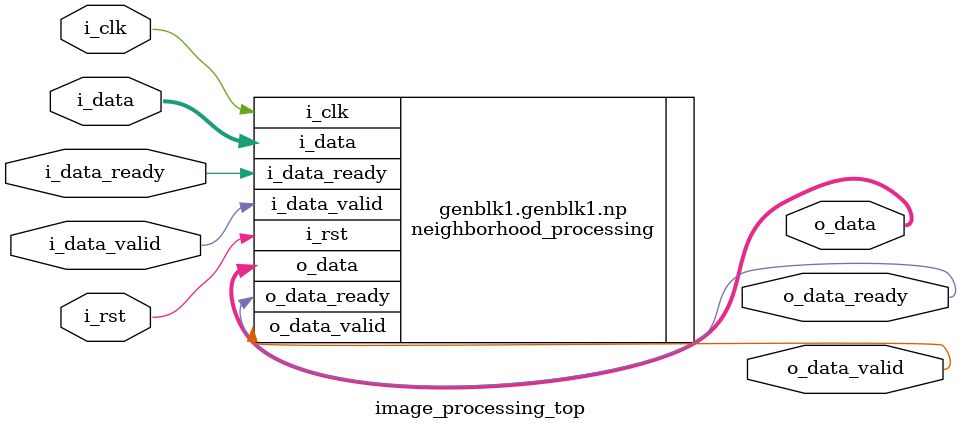
<source format=v>
`timescale 1ns / 1ps

//`include "design_parameters.v"

module image_processing_top #(parameter imageWidth = 512, imageHeight = 512, processingType = "neighborhood", filterType = "boxBlur")(

 input i_clk,
 input i_rst,
 
 //upstream
 input i_data_valid,
 input [23:0]i_data,
 output o_data_ready,
 
 //downstream
 output o_data_valid,
 output [7:0]o_data,
 input i_data_ready
 
 );
 

 generate
    if(processingType == "RGB2GRAY")
    begin
        rgb2gray r2g0(
           .i_clk(i_clk),
           .i_rst(i_rst),
            
            //upstream
           .i_rgb_data_valid(i_data_valid),
           .i_rgb_data(i_data),
           .o_rgb_data_ready(o_data_ready),
            
            //downstream
           .o_gray_data_valid(o_data_valid),
           .o_gray_data(o_data),
           .i_gray_data_ready(i_data_ready)
        );    
    end
    
    else if(processingType == "neighborhood")
    begin
        neighborhood_processing #(.imgWidth(imageWidth), .imgHeight(imageHeight), .filterType(filterType)) np(
            .i_clk(i_clk),
            .i_rst(i_rst),
            
            //upstream
            .i_data_valid(i_data_valid),
            .i_data(i_data),
            .o_data_ready(o_data_ready),
            
            //downstream
            .o_data_valid(o_data_valid),
            .o_data(o_data),
            .i_data_ready(i_data_ready)
        );
    
    end
    else if(processingType == "point")
    begin
        point_processing #(.filterType(filterType)) pp(
            .i_clk(i_clk),
            .i_rst(i_rst),
            
            //upstream
            .i_data_valid(i_data_valid),
            .i_data(i_data),
            .o_data_ready(o_data_ready),
            
            //downstream
            .o_data_valid(o_data_valid),
            .o_data(o_data),
            .i_data_ready(i_data_ready)
        );
    
    end
 endgenerate

 
 
     

endmodule

</source>
